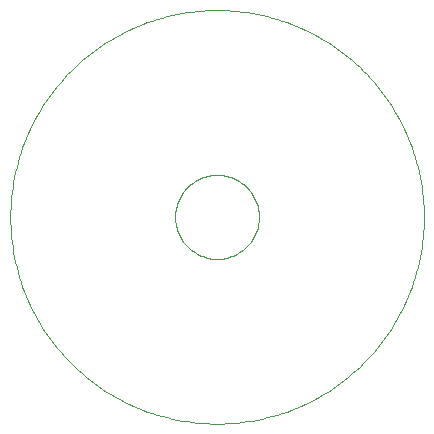
<source format=gko>
G75*
%MOIN*%
%OFA0B0*%
%FSLAX24Y24*%
%IPPOS*%
%LPD*%
%AMOC8*
5,1,8,0,0,1.08239X$1,22.5*
%
%ADD10C,0.0002*%
D10*
X005593Y006991D02*
X005595Y007065D01*
X005601Y007140D01*
X005611Y007213D01*
X005625Y007287D01*
X005642Y007359D01*
X005664Y007430D01*
X005689Y007500D01*
X005718Y007569D01*
X005750Y007636D01*
X005787Y007701D01*
X005826Y007764D01*
X005869Y007825D01*
X005915Y007883D01*
X005964Y007939D01*
X006016Y007993D01*
X006070Y008043D01*
X006128Y008091D01*
X006187Y008135D01*
X006249Y008176D01*
X006314Y008214D01*
X006380Y008248D01*
X006447Y008279D01*
X006517Y008306D01*
X006587Y008329D01*
X006659Y008349D01*
X006732Y008365D01*
X006805Y008377D01*
X006879Y008385D01*
X006954Y008389D01*
X007028Y008389D01*
X007103Y008385D01*
X007177Y008377D01*
X007250Y008365D01*
X007323Y008349D01*
X007395Y008329D01*
X007465Y008306D01*
X007535Y008279D01*
X007602Y008248D01*
X007668Y008214D01*
X007733Y008176D01*
X007795Y008135D01*
X007854Y008091D01*
X007912Y008043D01*
X007966Y007993D01*
X008018Y007939D01*
X008067Y007883D01*
X008113Y007825D01*
X008156Y007764D01*
X008195Y007701D01*
X008232Y007636D01*
X008264Y007569D01*
X008293Y007500D01*
X008318Y007430D01*
X008340Y007359D01*
X008357Y007287D01*
X008371Y007213D01*
X008381Y007140D01*
X008387Y007065D01*
X008389Y006991D01*
X008387Y006917D01*
X008381Y006842D01*
X008371Y006769D01*
X008357Y006695D01*
X008340Y006623D01*
X008318Y006552D01*
X008293Y006482D01*
X008264Y006413D01*
X008232Y006346D01*
X008195Y006281D01*
X008156Y006218D01*
X008113Y006157D01*
X008067Y006099D01*
X008018Y006043D01*
X007966Y005989D01*
X007912Y005939D01*
X007854Y005891D01*
X007795Y005847D01*
X007733Y005806D01*
X007668Y005768D01*
X007602Y005734D01*
X007535Y005703D01*
X007465Y005676D01*
X007395Y005653D01*
X007323Y005633D01*
X007250Y005617D01*
X007177Y005605D01*
X007103Y005597D01*
X007028Y005593D01*
X006954Y005593D01*
X006879Y005597D01*
X006805Y005605D01*
X006732Y005617D01*
X006659Y005633D01*
X006587Y005653D01*
X006517Y005676D01*
X006447Y005703D01*
X006380Y005734D01*
X006314Y005768D01*
X006249Y005806D01*
X006187Y005847D01*
X006128Y005891D01*
X006070Y005939D01*
X006016Y005989D01*
X005964Y006043D01*
X005915Y006099D01*
X005869Y006157D01*
X005826Y006218D01*
X005787Y006281D01*
X005750Y006346D01*
X005718Y006413D01*
X005689Y006482D01*
X005664Y006552D01*
X005642Y006623D01*
X005625Y006695D01*
X005611Y006769D01*
X005601Y006842D01*
X005595Y006917D01*
X005593Y006991D01*
X000101Y006991D02*
X000103Y007160D01*
X000109Y007329D01*
X000120Y007498D01*
X000134Y007666D01*
X000153Y007834D01*
X000176Y008002D01*
X000202Y008169D01*
X000233Y008335D01*
X000268Y008501D01*
X000307Y008665D01*
X000351Y008829D01*
X000398Y008991D01*
X000449Y009152D01*
X000504Y009312D01*
X000563Y009471D01*
X000625Y009628D01*
X000692Y009783D01*
X000763Y009937D01*
X000837Y010089D01*
X000915Y010239D01*
X000996Y010387D01*
X001081Y010533D01*
X001170Y010677D01*
X001262Y010819D01*
X001358Y010958D01*
X001457Y011095D01*
X001559Y011230D01*
X001665Y011362D01*
X001774Y011491D01*
X001886Y011618D01*
X002001Y011742D01*
X002119Y011863D01*
X002240Y011981D01*
X002364Y012096D01*
X002491Y012208D01*
X002620Y012317D01*
X002752Y012423D01*
X002887Y012525D01*
X003024Y012624D01*
X003163Y012720D01*
X003305Y012812D01*
X003449Y012901D01*
X003595Y012986D01*
X003743Y013067D01*
X003893Y013145D01*
X004045Y013219D01*
X004199Y013290D01*
X004354Y013357D01*
X004511Y013419D01*
X004670Y013478D01*
X004830Y013533D01*
X004991Y013584D01*
X005153Y013631D01*
X005317Y013675D01*
X005481Y013714D01*
X005647Y013749D01*
X005813Y013780D01*
X005980Y013806D01*
X006148Y013829D01*
X006316Y013848D01*
X006484Y013862D01*
X006653Y013873D01*
X006822Y013879D01*
X006991Y013881D01*
X007160Y013879D01*
X007329Y013873D01*
X007498Y013862D01*
X007666Y013848D01*
X007834Y013829D01*
X008002Y013806D01*
X008169Y013780D01*
X008335Y013749D01*
X008501Y013714D01*
X008665Y013675D01*
X008829Y013631D01*
X008991Y013584D01*
X009152Y013533D01*
X009312Y013478D01*
X009471Y013419D01*
X009628Y013357D01*
X009783Y013290D01*
X009937Y013219D01*
X010089Y013145D01*
X010239Y013067D01*
X010387Y012986D01*
X010533Y012901D01*
X010677Y012812D01*
X010819Y012720D01*
X010958Y012624D01*
X011095Y012525D01*
X011230Y012423D01*
X011362Y012317D01*
X011491Y012208D01*
X011618Y012096D01*
X011742Y011981D01*
X011863Y011863D01*
X011981Y011742D01*
X012096Y011618D01*
X012208Y011491D01*
X012317Y011362D01*
X012423Y011230D01*
X012525Y011095D01*
X012624Y010958D01*
X012720Y010819D01*
X012812Y010677D01*
X012901Y010533D01*
X012986Y010387D01*
X013067Y010239D01*
X013145Y010089D01*
X013219Y009937D01*
X013290Y009783D01*
X013357Y009628D01*
X013419Y009471D01*
X013478Y009312D01*
X013533Y009152D01*
X013584Y008991D01*
X013631Y008829D01*
X013675Y008665D01*
X013714Y008501D01*
X013749Y008335D01*
X013780Y008169D01*
X013806Y008002D01*
X013829Y007834D01*
X013848Y007666D01*
X013862Y007498D01*
X013873Y007329D01*
X013879Y007160D01*
X013881Y006991D01*
X013879Y006822D01*
X013873Y006653D01*
X013862Y006484D01*
X013848Y006316D01*
X013829Y006148D01*
X013806Y005980D01*
X013780Y005813D01*
X013749Y005647D01*
X013714Y005481D01*
X013675Y005317D01*
X013631Y005153D01*
X013584Y004991D01*
X013533Y004830D01*
X013478Y004670D01*
X013419Y004511D01*
X013357Y004354D01*
X013290Y004199D01*
X013219Y004045D01*
X013145Y003893D01*
X013067Y003743D01*
X012986Y003595D01*
X012901Y003449D01*
X012812Y003305D01*
X012720Y003163D01*
X012624Y003024D01*
X012525Y002887D01*
X012423Y002752D01*
X012317Y002620D01*
X012208Y002491D01*
X012096Y002364D01*
X011981Y002240D01*
X011863Y002119D01*
X011742Y002001D01*
X011618Y001886D01*
X011491Y001774D01*
X011362Y001665D01*
X011230Y001559D01*
X011095Y001457D01*
X010958Y001358D01*
X010819Y001262D01*
X010677Y001170D01*
X010533Y001081D01*
X010387Y000996D01*
X010239Y000915D01*
X010089Y000837D01*
X009937Y000763D01*
X009783Y000692D01*
X009628Y000625D01*
X009471Y000563D01*
X009312Y000504D01*
X009152Y000449D01*
X008991Y000398D01*
X008829Y000351D01*
X008665Y000307D01*
X008501Y000268D01*
X008335Y000233D01*
X008169Y000202D01*
X008002Y000176D01*
X007834Y000153D01*
X007666Y000134D01*
X007498Y000120D01*
X007329Y000109D01*
X007160Y000103D01*
X006991Y000101D01*
X006822Y000103D01*
X006653Y000109D01*
X006484Y000120D01*
X006316Y000134D01*
X006148Y000153D01*
X005980Y000176D01*
X005813Y000202D01*
X005647Y000233D01*
X005481Y000268D01*
X005317Y000307D01*
X005153Y000351D01*
X004991Y000398D01*
X004830Y000449D01*
X004670Y000504D01*
X004511Y000563D01*
X004354Y000625D01*
X004199Y000692D01*
X004045Y000763D01*
X003893Y000837D01*
X003743Y000915D01*
X003595Y000996D01*
X003449Y001081D01*
X003305Y001170D01*
X003163Y001262D01*
X003024Y001358D01*
X002887Y001457D01*
X002752Y001559D01*
X002620Y001665D01*
X002491Y001774D01*
X002364Y001886D01*
X002240Y002001D01*
X002119Y002119D01*
X002001Y002240D01*
X001886Y002364D01*
X001774Y002491D01*
X001665Y002620D01*
X001559Y002752D01*
X001457Y002887D01*
X001358Y003024D01*
X001262Y003163D01*
X001170Y003305D01*
X001081Y003449D01*
X000996Y003595D01*
X000915Y003743D01*
X000837Y003893D01*
X000763Y004045D01*
X000692Y004199D01*
X000625Y004354D01*
X000563Y004511D01*
X000504Y004670D01*
X000449Y004830D01*
X000398Y004991D01*
X000351Y005153D01*
X000307Y005317D01*
X000268Y005481D01*
X000233Y005647D01*
X000202Y005813D01*
X000176Y005980D01*
X000153Y006148D01*
X000134Y006316D01*
X000120Y006484D01*
X000109Y006653D01*
X000103Y006822D01*
X000101Y006991D01*
M02*

</source>
